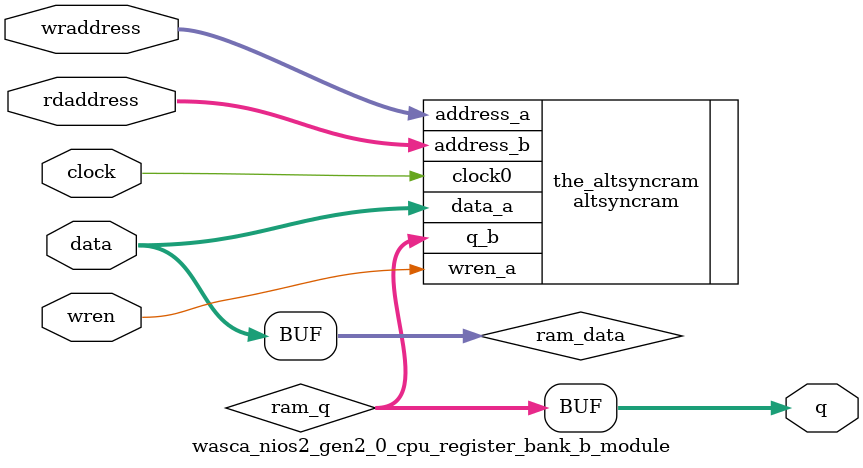
<source format=v>
module wasca_nios2_gen2_0_cpu_register_bank_b_module (
                                                       // inputs:
                                                        clock,
                                                        data,
                                                        rdaddress,
                                                        wraddress,
                                                        wren,
                                                       // outputs:
                                                        q
                                                     )
;
  parameter lpm_file = "UNUSED";
  output  [ 31: 0] q;
  input            clock;
  input   [ 31: 0] data;
  input   [  4: 0] rdaddress;
  input   [  4: 0] wraddress;
  input            wren;
  wire    [ 31: 0] q;
  wire    [ 31: 0] ram_data;
  wire    [ 31: 0] ram_q;
  assign q = ram_q;
  assign ram_data = data;
  altsyncram the_altsyncram
    (
      .address_a (wraddress),
      .address_b (rdaddress),
      .clock0 (clock),
      .data_a (ram_data),
      .q_b (ram_q),
      .wren_a (wren)
    );
  defparam the_altsyncram.address_reg_b = "CLOCK0",
           the_altsyncram.init_file = lpm_file,
           the_altsyncram.maximum_depth = 0,
           the_altsyncram.numwords_a = 32,
           the_altsyncram.numwords_b = 32,
           the_altsyncram.operation_mode = "DUAL_PORT",
           the_altsyncram.outdata_reg_b = "UNREGISTERED",
           the_altsyncram.ram_block_type = "AUTO",
           the_altsyncram.rdcontrol_reg_b = "CLOCK0",
           the_altsyncram.read_during_write_mode_mixed_ports = "DONT_CARE",
           the_altsyncram.width_a = 32,
           the_altsyncram.width_b = 32,
           the_altsyncram.widthad_a = 5,
           the_altsyncram.widthad_b = 5;
endmodule
</source>
